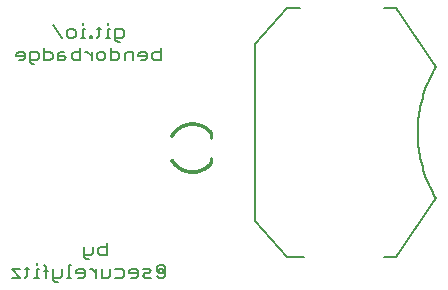
<source format=gbo>
G04 EAGLE Gerber X2 export*
G75*
%MOMM*%
%FSLAX34Y34*%
%LPD*%
%AMOC8*
5,1,8,0,0,1.08239X$1,22.5*%
G01*
%ADD10C,0.203200*%
%ADD11C,0.025400*%
%ADD12C,0.254000*%


D10*
X130825Y72018D02*
X130825Y61341D01*
X125486Y61341D01*
X123707Y63121D01*
X123707Y66680D01*
X125486Y68459D01*
X130825Y68459D01*
X119131Y68459D02*
X119131Y63121D01*
X117352Y61341D01*
X112013Y61341D01*
X112013Y59562D02*
X112013Y68459D01*
X112013Y59562D02*
X113792Y57782D01*
X115572Y57782D01*
X173406Y44071D02*
X175186Y42291D01*
X178745Y42291D01*
X180524Y44071D01*
X180524Y51189D01*
X178745Y52968D01*
X175186Y52968D01*
X173406Y51189D01*
X173406Y47630D01*
X175186Y45850D01*
X178745Y45850D01*
X178745Y49409D01*
X175186Y49409D01*
X175186Y45850D01*
X168831Y42291D02*
X163492Y42291D01*
X161712Y44071D01*
X163492Y45850D01*
X167051Y45850D01*
X168831Y47630D01*
X167051Y49409D01*
X161712Y49409D01*
X155357Y42291D02*
X151798Y42291D01*
X155357Y42291D02*
X157137Y44071D01*
X157137Y47630D01*
X155357Y49409D01*
X151798Y49409D01*
X150018Y47630D01*
X150018Y45850D01*
X157137Y45850D01*
X143663Y49409D02*
X138325Y49409D01*
X143663Y49409D02*
X145443Y47630D01*
X145443Y44071D01*
X143663Y42291D01*
X138325Y42291D01*
X133749Y44071D02*
X133749Y49409D01*
X133749Y44071D02*
X131969Y42291D01*
X126631Y42291D01*
X126631Y49409D01*
X122055Y49409D02*
X122055Y42291D01*
X122055Y45850D02*
X118496Y49409D01*
X116716Y49409D01*
X110530Y42291D02*
X106971Y42291D01*
X110530Y42291D02*
X112310Y44071D01*
X112310Y47630D01*
X110530Y49409D01*
X106971Y49409D01*
X105192Y47630D01*
X105192Y45850D01*
X112310Y45850D01*
X100616Y52968D02*
X98836Y52968D01*
X98836Y42291D01*
X97057Y42291D02*
X100616Y42291D01*
X92820Y44071D02*
X92820Y49409D01*
X92820Y44071D02*
X91040Y42291D01*
X85702Y42291D01*
X85702Y40512D02*
X85702Y49409D01*
X85702Y40512D02*
X87481Y38732D01*
X89261Y38732D01*
X79346Y42291D02*
X79346Y51189D01*
X77567Y52968D01*
X77567Y47630D02*
X81126Y47630D01*
X73330Y49409D02*
X71550Y49409D01*
X71550Y42291D01*
X69771Y42291D02*
X73330Y42291D01*
X71550Y52968D02*
X71550Y54748D01*
X63754Y51189D02*
X63754Y44071D01*
X61975Y42291D01*
X61975Y49409D02*
X65534Y49409D01*
X57738Y49409D02*
X50620Y49409D01*
X57738Y42291D01*
X50620Y42291D01*
X140104Y241932D02*
X141883Y241932D01*
X140104Y241932D02*
X138324Y243712D01*
X138324Y252609D01*
X143663Y252609D01*
X145443Y250830D01*
X145443Y247271D01*
X143663Y245491D01*
X138324Y245491D01*
X133749Y252609D02*
X131969Y252609D01*
X131969Y245491D01*
X130190Y245491D02*
X133749Y245491D01*
X131969Y256168D02*
X131969Y257948D01*
X124173Y254389D02*
X124173Y247271D01*
X122394Y245491D01*
X122394Y252609D02*
X125953Y252609D01*
X118157Y247271D02*
X118157Y245491D01*
X118157Y247271D02*
X116377Y247271D01*
X116377Y245491D01*
X118157Y245491D01*
X112310Y252609D02*
X110530Y252609D01*
X110530Y245491D01*
X108751Y245491D02*
X112310Y245491D01*
X110530Y256168D02*
X110530Y257948D01*
X102734Y245491D02*
X99175Y245491D01*
X97396Y247271D01*
X97396Y250830D01*
X99175Y252609D01*
X102734Y252609D01*
X104514Y250830D01*
X104514Y247271D01*
X102734Y245491D01*
X92820Y245491D02*
X85702Y256168D01*
X176626Y237118D02*
X176626Y226441D01*
X171288Y226441D01*
X169508Y228221D01*
X169508Y231780D01*
X171288Y233559D01*
X176626Y233559D01*
X163153Y226441D02*
X159594Y226441D01*
X163153Y226441D02*
X164933Y228221D01*
X164933Y231780D01*
X163153Y233559D01*
X159594Y233559D01*
X157814Y231780D01*
X157814Y230000D01*
X164933Y230000D01*
X153239Y226441D02*
X153239Y233559D01*
X147900Y233559D01*
X146120Y231780D01*
X146120Y226441D01*
X134427Y226441D02*
X134427Y237118D01*
X134427Y226441D02*
X139765Y226441D01*
X141545Y228221D01*
X141545Y231780D01*
X139765Y233559D01*
X134427Y233559D01*
X128071Y226441D02*
X124512Y226441D01*
X122733Y228221D01*
X122733Y231780D01*
X124512Y233559D01*
X128071Y233559D01*
X129851Y231780D01*
X129851Y228221D01*
X128071Y226441D01*
X118157Y226441D02*
X118157Y233559D01*
X118157Y230000D02*
X114598Y233559D01*
X112818Y233559D01*
X108412Y237118D02*
X108412Y226441D01*
X103073Y226441D01*
X101294Y228221D01*
X101294Y231780D01*
X103073Y233559D01*
X108412Y233559D01*
X94938Y233559D02*
X91379Y233559D01*
X89600Y231780D01*
X89600Y226441D01*
X94938Y226441D01*
X96718Y228221D01*
X94938Y230000D01*
X89600Y230000D01*
X77906Y226441D02*
X77906Y237118D01*
X77906Y226441D02*
X83244Y226441D01*
X85024Y228221D01*
X85024Y231780D01*
X83244Y233559D01*
X77906Y233559D01*
X69771Y222882D02*
X67991Y222882D01*
X66212Y224662D01*
X66212Y233559D01*
X71550Y233559D01*
X73330Y231780D01*
X73330Y228221D01*
X71550Y226441D01*
X66212Y226441D01*
X59856Y226441D02*
X56297Y226441D01*
X59856Y226441D02*
X61636Y228221D01*
X61636Y231780D01*
X59856Y233559D01*
X56297Y233559D01*
X54518Y231780D01*
X54518Y230000D01*
X61636Y230000D01*
D11*
X219606Y166238D02*
X217850Y164774D01*
X217850Y164775D02*
X217549Y165122D01*
X217240Y165462D01*
X216923Y165795D01*
X216598Y166120D01*
X216266Y166437D01*
X215926Y166746D01*
X215578Y167047D01*
X215224Y167340D01*
X214862Y167623D01*
X214494Y167898D01*
X214119Y168165D01*
X213738Y168422D01*
X213351Y168670D01*
X212959Y168908D01*
X212560Y169137D01*
X212156Y169357D01*
X211748Y169567D01*
X211334Y169767D01*
X210915Y169957D01*
X210492Y170136D01*
X210065Y170306D01*
X209634Y170465D01*
X209199Y170614D01*
X208761Y170753D01*
X208320Y170881D01*
X207875Y170998D01*
X207428Y171105D01*
X206979Y171201D01*
X206527Y171286D01*
X206074Y171360D01*
X205618Y171424D01*
X205162Y171476D01*
X204704Y171518D01*
X204246Y171548D01*
X203786Y171568D01*
X203327Y171577D01*
X203326Y173862D01*
X203327Y173863D01*
X203842Y173853D01*
X204357Y173832D01*
X204871Y173798D01*
X205384Y173752D01*
X205896Y173693D01*
X206406Y173622D01*
X206915Y173539D01*
X207421Y173444D01*
X207925Y173336D01*
X208426Y173217D01*
X208924Y173086D01*
X209419Y172942D01*
X209910Y172787D01*
X210398Y172620D01*
X210881Y172441D01*
X211360Y172251D01*
X211834Y172050D01*
X212303Y171837D01*
X212767Y171613D01*
X213226Y171378D01*
X213678Y171131D01*
X214125Y170875D01*
X214565Y170607D01*
X214999Y170329D01*
X215426Y170041D01*
X215846Y169742D01*
X216258Y169433D01*
X216664Y169115D01*
X217061Y168787D01*
X217450Y168450D01*
X217831Y168103D01*
X218204Y167747D01*
X218568Y167383D01*
X218923Y167010D01*
X219269Y166628D01*
X219606Y166238D01*
X219422Y166084D01*
X219089Y166470D01*
X218747Y166847D01*
X218395Y167216D01*
X218035Y167576D01*
X217667Y167928D01*
X217290Y168271D01*
X216905Y168604D01*
X216512Y168929D01*
X216112Y169243D01*
X215704Y169548D01*
X215289Y169844D01*
X214867Y170129D01*
X214438Y170404D01*
X214002Y170668D01*
X213561Y170922D01*
X213113Y171165D01*
X212660Y171398D01*
X212202Y171619D01*
X211738Y171830D01*
X211269Y172029D01*
X210795Y172217D01*
X210318Y172394D01*
X209836Y172559D01*
X209350Y172712D01*
X208861Y172854D01*
X208368Y172984D01*
X207873Y173102D01*
X207375Y173208D01*
X206874Y173303D01*
X206371Y173385D01*
X205867Y173455D01*
X205361Y173513D01*
X204853Y173558D01*
X204345Y173592D01*
X203836Y173613D01*
X203327Y173623D01*
X203327Y173383D01*
X203830Y173374D01*
X204333Y173352D01*
X204836Y173319D01*
X205337Y173274D01*
X205838Y173217D01*
X206336Y173147D01*
X206833Y173066D01*
X207328Y172973D01*
X207821Y172868D01*
X208310Y172751D01*
X208797Y172623D01*
X209281Y172483D01*
X209761Y172331D01*
X210237Y172168D01*
X210710Y171993D01*
X211178Y171807D01*
X211641Y171610D01*
X212100Y171402D01*
X212553Y171183D01*
X213001Y170953D01*
X213444Y170713D01*
X213880Y170462D01*
X214310Y170200D01*
X214734Y169928D01*
X215152Y169647D01*
X215562Y169355D01*
X215965Y169053D01*
X216361Y168742D01*
X216750Y168422D01*
X217130Y168092D01*
X217503Y167753D01*
X217867Y167406D01*
X218223Y167049D01*
X218570Y166685D01*
X218908Y166312D01*
X219238Y165931D01*
X219053Y165777D01*
X218728Y166154D01*
X218393Y166522D01*
X218050Y166883D01*
X217698Y167235D01*
X217338Y167578D01*
X216970Y167913D01*
X216594Y168239D01*
X216210Y168556D01*
X215819Y168863D01*
X215420Y169161D01*
X215014Y169450D01*
X214602Y169728D01*
X214183Y169997D01*
X213758Y170255D01*
X213326Y170503D01*
X212889Y170741D01*
X212446Y170968D01*
X211998Y171185D01*
X211545Y171390D01*
X211087Y171585D01*
X210624Y171769D01*
X210157Y171941D01*
X209686Y172103D01*
X209212Y172253D01*
X208734Y172391D01*
X208253Y172518D01*
X207769Y172634D01*
X207282Y172737D01*
X206793Y172830D01*
X206301Y172910D01*
X205809Y172978D01*
X205314Y173035D01*
X204818Y173080D01*
X204322Y173113D01*
X203824Y173134D01*
X203327Y173143D01*
X203327Y172903D01*
X203819Y172894D01*
X204310Y172873D01*
X204801Y172840D01*
X205291Y172796D01*
X205779Y172740D01*
X206267Y172672D01*
X206752Y172593D01*
X207235Y172502D01*
X207716Y172399D01*
X208195Y172285D01*
X208670Y172160D01*
X209143Y172023D01*
X209612Y171875D01*
X210077Y171715D01*
X210538Y171545D01*
X210996Y171363D01*
X211448Y171171D01*
X211896Y170967D01*
X212339Y170754D01*
X212777Y170529D01*
X213209Y170294D01*
X213635Y170049D01*
X214055Y169793D01*
X214470Y169528D01*
X214877Y169253D01*
X215278Y168968D01*
X215672Y168673D01*
X216059Y168369D01*
X216438Y168056D01*
X216810Y167734D01*
X217174Y167403D01*
X217530Y167064D01*
X217877Y166716D01*
X218217Y166360D01*
X218547Y165996D01*
X218869Y165623D01*
X218684Y165470D01*
X218367Y165837D01*
X218040Y166197D01*
X217705Y166549D01*
X217361Y166893D01*
X217010Y167229D01*
X216650Y167555D01*
X216283Y167874D01*
X215908Y168183D01*
X215525Y168483D01*
X215136Y168774D01*
X214740Y169056D01*
X214337Y169328D01*
X213928Y169590D01*
X213513Y169842D01*
X213091Y170085D01*
X212664Y170317D01*
X212232Y170539D01*
X211794Y170750D01*
X211352Y170951D01*
X210904Y171141D01*
X210453Y171321D01*
X209997Y171489D01*
X209537Y171647D01*
X209074Y171793D01*
X208607Y171928D01*
X208137Y172052D01*
X207664Y172165D01*
X207189Y172267D01*
X206711Y172356D01*
X206232Y172435D01*
X205750Y172502D01*
X205267Y172557D01*
X204783Y172601D01*
X204298Y172633D01*
X203813Y172654D01*
X203327Y172663D01*
X203327Y172423D01*
X203807Y172414D01*
X204287Y172393D01*
X204766Y172362D01*
X205244Y172318D01*
X205721Y172264D01*
X206197Y172197D01*
X206671Y172120D01*
X207142Y172031D01*
X207612Y171931D01*
X208079Y171819D01*
X208543Y171697D01*
X209005Y171563D01*
X209462Y171418D01*
X209917Y171263D01*
X210367Y171096D01*
X210813Y170919D01*
X211255Y170731D01*
X211693Y170533D01*
X212125Y170324D01*
X212552Y170105D01*
X212974Y169875D01*
X213390Y169636D01*
X213801Y169387D01*
X214205Y169128D01*
X214603Y168859D01*
X214994Y168581D01*
X215379Y168293D01*
X215757Y167997D01*
X216127Y167691D01*
X216490Y167377D01*
X216845Y167054D01*
X217193Y166722D01*
X217532Y166383D01*
X217863Y166035D01*
X218186Y165679D01*
X218500Y165316D01*
X218316Y165163D01*
X218005Y165521D01*
X217687Y165872D01*
X217359Y166216D01*
X217024Y166551D01*
X216681Y166879D01*
X216330Y167198D01*
X215971Y167508D01*
X215605Y167810D01*
X215232Y168103D01*
X214852Y168387D01*
X214466Y168662D01*
X214073Y168927D01*
X213673Y169183D01*
X213268Y169430D01*
X212857Y169666D01*
X212440Y169893D01*
X212018Y170109D01*
X211591Y170315D01*
X211159Y170511D01*
X210722Y170697D01*
X210281Y170872D01*
X209837Y171037D01*
X209388Y171190D01*
X208936Y171333D01*
X208480Y171465D01*
X208021Y171587D01*
X207560Y171697D01*
X207096Y171796D01*
X206630Y171883D01*
X206162Y171960D01*
X205692Y172025D01*
X205221Y172080D01*
X204748Y172122D01*
X204275Y172154D01*
X203801Y172174D01*
X203327Y172183D01*
X203327Y171943D01*
X203795Y171934D01*
X204263Y171914D01*
X204731Y171883D01*
X205197Y171841D01*
X205663Y171787D01*
X206127Y171723D01*
X206589Y171647D01*
X207050Y171560D01*
X207508Y171462D01*
X207964Y171354D01*
X208416Y171234D01*
X208866Y171103D01*
X209313Y170962D01*
X209756Y170810D01*
X210196Y170648D01*
X210631Y170475D01*
X211062Y170292D01*
X211489Y170098D01*
X211911Y169894D01*
X212328Y169680D01*
X212739Y169457D01*
X213145Y169223D01*
X213546Y168980D01*
X213940Y168727D01*
X214329Y168465D01*
X214710Y168194D01*
X215086Y167913D01*
X215454Y167624D01*
X215816Y167326D01*
X216170Y167019D01*
X216516Y166704D01*
X216856Y166381D01*
X217187Y166049D01*
X217510Y165710D01*
X217825Y165363D01*
X218131Y165009D01*
X217947Y164855D01*
X217644Y165205D01*
X217333Y165548D01*
X217014Y165883D01*
X216687Y166210D01*
X216352Y166529D01*
X216010Y166840D01*
X215660Y167143D01*
X215303Y167437D01*
X214939Y167723D01*
X214569Y168000D01*
X214191Y168268D01*
X213808Y168527D01*
X213418Y168777D01*
X213023Y169017D01*
X212622Y169247D01*
X212215Y169468D01*
X211804Y169679D01*
X211387Y169881D01*
X210966Y170072D01*
X210540Y170253D01*
X210110Y170424D01*
X209676Y170584D01*
X209238Y170734D01*
X208797Y170874D01*
X208353Y171002D01*
X207906Y171121D01*
X207456Y171228D01*
X207003Y171325D01*
X206549Y171410D01*
X206092Y171485D01*
X205634Y171549D01*
X205174Y171602D01*
X204713Y171644D01*
X204252Y171674D01*
X203789Y171694D01*
X203327Y171703D01*
X203074Y173862D02*
X203074Y171576D01*
X203073Y171577D02*
X202608Y171568D01*
X202143Y171548D01*
X201679Y171517D01*
X201216Y171474D01*
X200754Y171420D01*
X200293Y171355D01*
X199834Y171279D01*
X199377Y171192D01*
X198922Y171094D01*
X198470Y170984D01*
X198020Y170864D01*
X197574Y170733D01*
X197131Y170591D01*
X196691Y170438D01*
X196256Y170275D01*
X195824Y170101D01*
X195397Y169917D01*
X194974Y169723D01*
X194556Y169518D01*
X194143Y169303D01*
X193736Y169078D01*
X193334Y168844D01*
X192938Y168600D01*
X192548Y168346D01*
X192164Y168083D01*
X191787Y167810D01*
X191417Y167529D01*
X191053Y167239D01*
X190697Y166940D01*
X190348Y166632D01*
X190006Y166316D01*
X189672Y165992D01*
X189347Y165659D01*
X189029Y165319D01*
X188720Y164972D01*
X188419Y164617D01*
X188127Y164255D01*
X187844Y163885D01*
X187570Y163509D01*
X187305Y163127D01*
X187049Y162738D01*
X186803Y162343D01*
X186567Y161942D01*
X186340Y161536D01*
X184323Y162611D01*
X184323Y162612D01*
X184577Y163067D01*
X184841Y163517D01*
X185117Y163959D01*
X185403Y164395D01*
X185700Y164824D01*
X186006Y165246D01*
X186324Y165660D01*
X186651Y166066D01*
X186988Y166464D01*
X187334Y166853D01*
X187690Y167235D01*
X188055Y167607D01*
X188429Y167970D01*
X188811Y168325D01*
X189202Y168670D01*
X189602Y169005D01*
X190009Y169330D01*
X190424Y169646D01*
X190847Y169951D01*
X191277Y170246D01*
X191714Y170530D01*
X192158Y170804D01*
X192608Y171067D01*
X193065Y171319D01*
X193527Y171559D01*
X193996Y171789D01*
X194469Y172007D01*
X194948Y172213D01*
X195432Y172408D01*
X195920Y172590D01*
X196413Y172761D01*
X196910Y172920D01*
X197410Y173067D01*
X197914Y173202D01*
X198421Y173324D01*
X198930Y173434D01*
X199443Y173531D01*
X199957Y173616D01*
X200474Y173689D01*
X200991Y173749D01*
X201511Y173796D01*
X202031Y173831D01*
X202552Y173853D01*
X203073Y173863D01*
X203073Y173623D01*
X202558Y173613D01*
X202043Y173591D01*
X201528Y173557D01*
X201015Y173510D01*
X200503Y173451D01*
X199992Y173379D01*
X199484Y173295D01*
X198977Y173198D01*
X198473Y173090D01*
X197972Y172969D01*
X197474Y172836D01*
X196979Y172691D01*
X196488Y172533D01*
X196001Y172364D01*
X195519Y172184D01*
X195040Y171991D01*
X194567Y171787D01*
X194098Y171572D01*
X193635Y171345D01*
X193178Y171107D01*
X192727Y170858D01*
X192281Y170598D01*
X191843Y170328D01*
X191410Y170047D01*
X190985Y169755D01*
X190567Y169453D01*
X190157Y169141D01*
X189754Y168819D01*
X189359Y168488D01*
X188973Y168147D01*
X188594Y167797D01*
X188225Y167437D01*
X187864Y167069D01*
X187512Y166692D01*
X187169Y166307D01*
X186836Y165913D01*
X186513Y165512D01*
X186199Y165103D01*
X185896Y164686D01*
X185603Y164262D01*
X185320Y163831D01*
X185047Y163393D01*
X184786Y162949D01*
X184535Y162499D01*
X184746Y162386D01*
X184994Y162831D01*
X185253Y163270D01*
X185522Y163703D01*
X185802Y164129D01*
X186092Y164548D01*
X186392Y164960D01*
X186702Y165364D01*
X187022Y165761D01*
X187351Y166150D01*
X187690Y166531D01*
X188038Y166904D01*
X188394Y167268D01*
X188760Y167623D01*
X189134Y167969D01*
X189516Y168306D01*
X189906Y168634D01*
X190305Y168952D01*
X190710Y169260D01*
X191124Y169559D01*
X191544Y169847D01*
X191971Y170125D01*
X192405Y170393D01*
X192845Y170649D01*
X193291Y170896D01*
X193743Y171131D01*
X194201Y171355D01*
X194664Y171568D01*
X195132Y171770D01*
X195605Y171960D01*
X196082Y172139D01*
X196564Y172306D01*
X197049Y172461D01*
X197538Y172604D01*
X198031Y172736D01*
X198526Y172856D01*
X199024Y172963D01*
X199525Y173058D01*
X200028Y173142D01*
X200532Y173213D01*
X201039Y173271D01*
X201546Y173318D01*
X202055Y173352D01*
X202564Y173373D01*
X203073Y173383D01*
X203073Y173143D01*
X202570Y173133D01*
X202066Y173112D01*
X201564Y173078D01*
X201062Y173032D01*
X200562Y172974D01*
X200063Y172904D01*
X199566Y172822D01*
X199071Y172728D01*
X198579Y172621D01*
X198089Y172503D01*
X197602Y172373D01*
X197119Y172231D01*
X196639Y172078D01*
X196163Y171913D01*
X195691Y171736D01*
X195224Y171548D01*
X194762Y171349D01*
X194304Y171138D01*
X193851Y170916D01*
X193405Y170684D01*
X192963Y170441D01*
X192528Y170187D01*
X192100Y169922D01*
X191677Y169648D01*
X191262Y169363D01*
X190854Y169068D01*
X190452Y168763D01*
X190059Y168449D01*
X189673Y168125D01*
X189295Y167792D01*
X188925Y167449D01*
X188564Y167098D01*
X188212Y166738D01*
X187868Y166370D01*
X187533Y165994D01*
X187208Y165609D01*
X186892Y165217D01*
X186585Y164817D01*
X186289Y164410D01*
X186002Y163996D01*
X185725Y163575D01*
X185459Y163147D01*
X185203Y162713D01*
X184958Y162273D01*
X185170Y162160D01*
X185412Y162595D01*
X185665Y163024D01*
X185928Y163446D01*
X186202Y163863D01*
X186485Y164272D01*
X186778Y164674D01*
X187081Y165069D01*
X187393Y165457D01*
X187715Y165837D01*
X188046Y166209D01*
X188386Y166573D01*
X188734Y166929D01*
X189091Y167276D01*
X189456Y167614D01*
X189830Y167943D01*
X190211Y168263D01*
X190600Y168574D01*
X190997Y168875D01*
X191400Y169166D01*
X191811Y169448D01*
X192228Y169720D01*
X192652Y169981D01*
X193082Y170232D01*
X193518Y170472D01*
X193959Y170702D01*
X194407Y170921D01*
X194859Y171129D01*
X195316Y171326D01*
X195778Y171512D01*
X196244Y171687D01*
X196714Y171850D01*
X197189Y172002D01*
X197666Y172142D01*
X198147Y172270D01*
X198631Y172387D01*
X199118Y172492D01*
X199607Y172586D01*
X200098Y172667D01*
X200591Y172736D01*
X201086Y172794D01*
X201581Y172839D01*
X202078Y172872D01*
X202576Y172893D01*
X203073Y172903D01*
X203073Y172663D01*
X202582Y172654D01*
X202090Y172633D01*
X201599Y172600D01*
X201109Y172555D01*
X200621Y172498D01*
X200133Y172429D01*
X199648Y172349D01*
X199165Y172257D01*
X198684Y172153D01*
X198206Y172038D01*
X197730Y171911D01*
X197258Y171772D01*
X196790Y171622D01*
X196325Y171461D01*
X195864Y171288D01*
X195408Y171104D01*
X194956Y170910D01*
X194509Y170704D01*
X194067Y170488D01*
X193631Y170261D01*
X193200Y170023D01*
X192775Y169775D01*
X192357Y169517D01*
X191944Y169249D01*
X191539Y168970D01*
X191140Y168682D01*
X190748Y168385D01*
X190364Y168078D01*
X189987Y167761D01*
X189618Y167436D01*
X189257Y167102D01*
X188904Y166759D01*
X188559Y166408D01*
X188224Y166048D01*
X187897Y165680D01*
X187579Y165305D01*
X187270Y164922D01*
X186971Y164532D01*
X186681Y164134D01*
X186401Y163729D01*
X186131Y163318D01*
X185871Y162901D01*
X185621Y162477D01*
X185382Y162047D01*
X185594Y161934D01*
X185830Y162359D01*
X186077Y162777D01*
X186334Y163190D01*
X186601Y163596D01*
X186878Y163996D01*
X187164Y164389D01*
X187460Y164774D01*
X187765Y165153D01*
X188079Y165524D01*
X188402Y165887D01*
X188733Y166242D01*
X189074Y166589D01*
X189422Y166928D01*
X189779Y167258D01*
X190144Y167580D01*
X190516Y167892D01*
X190896Y168196D01*
X191283Y168490D01*
X191677Y168774D01*
X192078Y169049D01*
X192485Y169314D01*
X192899Y169569D01*
X193319Y169814D01*
X193744Y170049D01*
X194175Y170273D01*
X194612Y170487D01*
X195054Y170690D01*
X195500Y170883D01*
X195951Y171064D01*
X196406Y171235D01*
X196865Y171394D01*
X197328Y171542D01*
X197794Y171679D01*
X198264Y171805D01*
X198737Y171919D01*
X199212Y172022D01*
X199689Y172113D01*
X200169Y172192D01*
X200650Y172260D01*
X201133Y172316D01*
X201617Y172360D01*
X202102Y172393D01*
X202587Y172414D01*
X203073Y172423D01*
X203073Y172183D01*
X202593Y172174D01*
X202114Y172153D01*
X201635Y172121D01*
X201156Y172077D01*
X200679Y172022D01*
X200204Y171955D01*
X199730Y171876D01*
X199259Y171786D01*
X198789Y171685D01*
X198322Y171572D01*
X197859Y171448D01*
X197398Y171313D01*
X196941Y171166D01*
X196487Y171009D01*
X196037Y170840D01*
X195592Y170661D01*
X195151Y170471D01*
X194715Y170270D01*
X194283Y170059D01*
X193857Y169837D01*
X193437Y169606D01*
X193022Y169364D01*
X192614Y169111D01*
X192211Y168850D01*
X191815Y168578D01*
X191426Y168297D01*
X191043Y168006D01*
X190668Y167707D01*
X190300Y167398D01*
X189940Y167081D01*
X189588Y166754D01*
X189244Y166420D01*
X188907Y166077D01*
X188580Y165726D01*
X188261Y165367D01*
X187950Y165001D01*
X187649Y164627D01*
X187357Y164246D01*
X187074Y163858D01*
X186801Y163463D01*
X186537Y163062D01*
X186283Y162654D01*
X186039Y162241D01*
X185805Y161821D01*
X186017Y161708D01*
X186248Y162122D01*
X186489Y162531D01*
X186740Y162934D01*
X187000Y163330D01*
X187270Y163720D01*
X187550Y164103D01*
X187838Y164479D01*
X188136Y164849D01*
X188442Y165211D01*
X188758Y165565D01*
X189081Y165912D01*
X189413Y166250D01*
X189754Y166581D01*
X190102Y166903D01*
X190457Y167217D01*
X190821Y167521D01*
X191191Y167817D01*
X191569Y168104D01*
X191953Y168382D01*
X192345Y168650D01*
X192742Y168909D01*
X193146Y169158D01*
X193555Y169397D01*
X193971Y169626D01*
X194391Y169845D01*
X194817Y170053D01*
X195248Y170252D01*
X195684Y170439D01*
X196124Y170617D01*
X196568Y170783D01*
X197016Y170938D01*
X197468Y171083D01*
X197923Y171217D01*
X198381Y171339D01*
X198842Y171451D01*
X199305Y171551D01*
X199771Y171640D01*
X200239Y171717D01*
X200709Y171783D01*
X201180Y171838D01*
X201652Y171882D01*
X202125Y171913D01*
X202599Y171934D01*
X203073Y171943D01*
X203073Y171703D01*
X202605Y171694D01*
X202137Y171674D01*
X201670Y171642D01*
X201203Y171599D01*
X200738Y171545D01*
X200274Y171480D01*
X199812Y171403D01*
X199352Y171315D01*
X198894Y171216D01*
X198439Y171106D01*
X197987Y170985D01*
X197537Y170853D01*
X197091Y170711D01*
X196649Y170557D01*
X196210Y170393D01*
X195776Y170218D01*
X195346Y170032D01*
X194920Y169837D01*
X194499Y169630D01*
X194084Y169414D01*
X193674Y169188D01*
X193269Y168952D01*
X192871Y168706D01*
X192478Y168451D01*
X192092Y168186D01*
X191712Y167912D01*
X191339Y167628D01*
X190973Y167336D01*
X190614Y167035D01*
X190263Y166725D01*
X189919Y166407D01*
X189583Y166081D01*
X189255Y165746D01*
X188936Y165404D01*
X188624Y165054D01*
X188321Y164697D01*
X188028Y164332D01*
X187742Y163960D01*
X187467Y163582D01*
X187200Y163197D01*
X186943Y162805D01*
X186695Y162408D01*
X186457Y162004D01*
X186229Y161595D01*
X203326Y130938D02*
X203326Y133224D01*
X203327Y133223D02*
X203795Y133232D01*
X204263Y133253D01*
X204731Y133284D01*
X205198Y133327D01*
X205663Y133382D01*
X206127Y133448D01*
X206589Y133525D01*
X207049Y133613D01*
X207507Y133713D01*
X207963Y133824D01*
X208415Y133946D01*
X208864Y134079D01*
X209310Y134223D01*
X209753Y134377D01*
X210191Y134543D01*
X210625Y134719D01*
X211055Y134906D01*
X211480Y135103D01*
X211900Y135310D01*
X212315Y135528D01*
X212725Y135756D01*
X213129Y135993D01*
X213527Y136241D01*
X213918Y136498D01*
X214304Y136765D01*
X214683Y137041D01*
X215054Y137326D01*
X215419Y137620D01*
X215777Y137923D01*
X216127Y138235D01*
X216469Y138555D01*
X216803Y138883D01*
X217129Y139219D01*
X217447Y139564D01*
X217757Y139916D01*
X219501Y138439D01*
X219502Y138439D01*
X219155Y138044D01*
X218799Y137658D01*
X218434Y137281D01*
X218059Y136912D01*
X217676Y136553D01*
X217283Y136204D01*
X216883Y135864D01*
X216474Y135534D01*
X216057Y135214D01*
X215633Y134905D01*
X215201Y134606D01*
X214762Y134317D01*
X214316Y134040D01*
X213863Y133773D01*
X213404Y133518D01*
X212939Y133274D01*
X212468Y133041D01*
X211991Y132820D01*
X211509Y132611D01*
X211022Y132413D01*
X210531Y132228D01*
X210035Y132054D01*
X209535Y131893D01*
X209031Y131744D01*
X208524Y131608D01*
X208013Y131484D01*
X207500Y131372D01*
X206984Y131273D01*
X206466Y131187D01*
X205946Y131113D01*
X205424Y131053D01*
X204901Y131005D01*
X204377Y130969D01*
X203852Y130947D01*
X203327Y130937D01*
X203327Y131177D01*
X203846Y131187D01*
X204365Y131209D01*
X204883Y131244D01*
X205400Y131291D01*
X205916Y131352D01*
X206430Y131424D01*
X206943Y131510D01*
X207453Y131607D01*
X207960Y131718D01*
X208465Y131840D01*
X208967Y131975D01*
X209465Y132123D01*
X209959Y132282D01*
X210449Y132453D01*
X210935Y132637D01*
X211416Y132832D01*
X211893Y133039D01*
X212364Y133257D01*
X212830Y133487D01*
X213290Y133729D01*
X213743Y133981D01*
X214191Y134245D01*
X214632Y134519D01*
X215066Y134804D01*
X215493Y135100D01*
X215913Y135406D01*
X216325Y135722D01*
X216729Y136048D01*
X217125Y136384D01*
X217513Y136730D01*
X217892Y137085D01*
X218262Y137449D01*
X218624Y137822D01*
X218976Y138204D01*
X219319Y138594D01*
X219135Y138749D01*
X218797Y138363D01*
X218449Y137986D01*
X218091Y137617D01*
X217725Y137257D01*
X217350Y136906D01*
X216967Y136565D01*
X216575Y136233D01*
X216176Y135910D01*
X215769Y135598D01*
X215354Y135295D01*
X214932Y135003D01*
X214502Y134721D01*
X214066Y134450D01*
X213624Y134189D01*
X213175Y133940D01*
X212721Y133701D01*
X212260Y133474D01*
X211795Y133258D01*
X211324Y133053D01*
X210848Y132860D01*
X210367Y132679D01*
X209883Y132510D01*
X209394Y132352D01*
X208902Y132207D01*
X208406Y132073D01*
X207907Y131952D01*
X207405Y131843D01*
X206901Y131746D01*
X206395Y131662D01*
X205886Y131590D01*
X205376Y131530D01*
X204865Y131483D01*
X204353Y131449D01*
X203840Y131427D01*
X203327Y131417D01*
X203327Y131657D01*
X203834Y131667D01*
X204341Y131688D01*
X204847Y131723D01*
X205353Y131769D01*
X205857Y131828D01*
X206359Y131899D01*
X206860Y131982D01*
X207358Y132078D01*
X207854Y132186D01*
X208347Y132306D01*
X208837Y132438D01*
X209324Y132582D01*
X209807Y132737D01*
X210286Y132905D01*
X210761Y133084D01*
X211231Y133275D01*
X211696Y133477D01*
X212157Y133690D01*
X212612Y133915D01*
X213061Y134151D01*
X213505Y134398D01*
X213942Y134655D01*
X214373Y134923D01*
X214797Y135202D01*
X215214Y135490D01*
X215624Y135789D01*
X216027Y136098D01*
X216422Y136417D01*
X216809Y136745D01*
X217188Y137083D01*
X217558Y137430D01*
X217920Y137785D01*
X218273Y138150D01*
X218617Y138523D01*
X218952Y138904D01*
X218769Y139059D01*
X218438Y138682D01*
X218098Y138314D01*
X217749Y137954D01*
X217391Y137602D01*
X217025Y137259D01*
X216651Y136926D01*
X216268Y136601D01*
X215878Y136286D01*
X215480Y135981D01*
X215075Y135686D01*
X214662Y135400D01*
X214243Y135125D01*
X213817Y134860D01*
X213385Y134606D01*
X212947Y134362D01*
X212503Y134129D01*
X212053Y133907D01*
X211598Y133696D01*
X211138Y133496D01*
X210673Y133308D01*
X210204Y133130D01*
X209731Y132965D01*
X209253Y132811D01*
X208772Y132669D01*
X208288Y132538D01*
X207801Y132420D01*
X207311Y132313D01*
X206818Y132219D01*
X206324Y132136D01*
X205827Y132066D01*
X205329Y132008D01*
X204829Y131962D01*
X204329Y131928D01*
X203828Y131907D01*
X203327Y131897D01*
X203327Y132137D01*
X203822Y132147D01*
X204317Y132168D01*
X204812Y132201D01*
X205305Y132247D01*
X205797Y132304D01*
X206288Y132374D01*
X206777Y132455D01*
X207263Y132549D01*
X207748Y132654D01*
X208229Y132771D01*
X208708Y132900D01*
X209183Y133040D01*
X209655Y133193D01*
X210122Y133356D01*
X210586Y133531D01*
X211045Y133717D01*
X211500Y133915D01*
X211949Y134123D01*
X212394Y134343D01*
X212832Y134573D01*
X213266Y134814D01*
X213693Y135065D01*
X214113Y135327D01*
X214528Y135599D01*
X214935Y135881D01*
X215336Y136173D01*
X215729Y136475D01*
X216114Y136786D01*
X216492Y137106D01*
X216862Y137436D01*
X217224Y137774D01*
X217578Y138122D01*
X217923Y138478D01*
X218259Y138842D01*
X218586Y139214D01*
X218403Y139369D01*
X218079Y139001D01*
X217747Y138642D01*
X217407Y138290D01*
X217057Y137947D01*
X216700Y137612D01*
X216334Y137287D01*
X215961Y136970D01*
X215580Y136663D01*
X215191Y136365D01*
X214796Y136076D01*
X214393Y135798D01*
X213984Y135529D01*
X213568Y135270D01*
X213146Y135022D01*
X212718Y134784D01*
X212285Y134557D01*
X211846Y134340D01*
X211401Y134134D01*
X210952Y133939D01*
X210499Y133755D01*
X210041Y133582D01*
X209579Y133420D01*
X209113Y133270D01*
X208643Y133131D01*
X208170Y133004D01*
X207695Y132888D01*
X207216Y132784D01*
X206735Y132692D01*
X206252Y132611D01*
X205768Y132542D01*
X205281Y132485D01*
X204794Y132441D01*
X204305Y132408D01*
X203816Y132386D01*
X203327Y132377D01*
X203327Y132617D01*
X203810Y132626D01*
X204293Y132647D01*
X204776Y132680D01*
X205258Y132724D01*
X205738Y132780D01*
X206217Y132848D01*
X206694Y132928D01*
X207169Y133019D01*
X207641Y133122D01*
X208111Y133236D01*
X208578Y133362D01*
X209042Y133499D01*
X209502Y133648D01*
X209959Y133807D01*
X210411Y133978D01*
X210860Y134160D01*
X211303Y134353D01*
X211742Y134556D01*
X212176Y134770D01*
X212604Y134995D01*
X213027Y135230D01*
X213443Y135475D01*
X213854Y135731D01*
X214258Y135996D01*
X214656Y136272D01*
X215047Y136556D01*
X215431Y136851D01*
X215807Y137154D01*
X216176Y137467D01*
X216537Y137789D01*
X216890Y138119D01*
X217235Y138458D01*
X217572Y138805D01*
X217900Y139161D01*
X218219Y139524D01*
X218036Y139679D01*
X217721Y139320D01*
X217397Y138969D01*
X217064Y138626D01*
X216723Y138292D01*
X216375Y137965D01*
X216018Y137648D01*
X215653Y137339D01*
X215282Y137039D01*
X214903Y136748D01*
X214517Y136467D01*
X214124Y136195D01*
X213724Y135933D01*
X213319Y135681D01*
X212907Y135438D01*
X212490Y135206D01*
X212067Y134984D01*
X211638Y134773D01*
X211205Y134572D01*
X210767Y134381D01*
X210324Y134202D01*
X209877Y134033D01*
X209426Y133875D01*
X208972Y133729D01*
X208514Y133593D01*
X208052Y133469D01*
X207588Y133356D01*
X207121Y133254D01*
X206652Y133164D01*
X206181Y133086D01*
X205708Y133019D01*
X205234Y132963D01*
X204758Y132919D01*
X204281Y132887D01*
X203804Y132866D01*
X203327Y132857D01*
X203327Y133097D01*
X203798Y133106D01*
X204270Y133127D01*
X204740Y133159D01*
X205210Y133202D01*
X205679Y133257D01*
X206146Y133323D01*
X206611Y133401D01*
X207074Y133490D01*
X207535Y133590D01*
X207993Y133702D01*
X208449Y133824D01*
X208901Y133958D01*
X209350Y134103D01*
X209796Y134259D01*
X210237Y134425D01*
X210674Y134603D01*
X211107Y134791D01*
X211535Y134989D01*
X211958Y135198D01*
X212375Y135417D01*
X212788Y135646D01*
X213194Y135886D01*
X213595Y136135D01*
X213989Y136394D01*
X214377Y136662D01*
X214758Y136940D01*
X215133Y137227D01*
X215500Y137523D01*
X215860Y137828D01*
X216212Y138142D01*
X216557Y138464D01*
X216893Y138795D01*
X217221Y139133D01*
X217541Y139480D01*
X217853Y139834D01*
X184628Y141641D02*
X186613Y142776D01*
X186612Y142775D02*
X186850Y142377D01*
X187096Y141985D01*
X187353Y141600D01*
X187618Y141220D01*
X187892Y140847D01*
X188176Y140481D01*
X188468Y140122D01*
X188769Y139770D01*
X189078Y139425D01*
X189395Y139088D01*
X189721Y138758D01*
X190054Y138437D01*
X190395Y138123D01*
X190744Y137818D01*
X191099Y137522D01*
X191462Y137234D01*
X191832Y136955D01*
X192208Y136685D01*
X192591Y136424D01*
X192980Y136173D01*
X193374Y135931D01*
X193775Y135698D01*
X194181Y135476D01*
X194592Y135263D01*
X195009Y135060D01*
X195430Y134867D01*
X195855Y134685D01*
X196285Y134513D01*
X196719Y134351D01*
X197157Y134200D01*
X197598Y134059D01*
X198043Y133929D01*
X198490Y133810D01*
X198940Y133702D01*
X199393Y133604D01*
X199848Y133518D01*
X200305Y133443D01*
X200764Y133378D01*
X201224Y133325D01*
X201685Y133283D01*
X202147Y133252D01*
X202610Y133232D01*
X203073Y133223D01*
X203073Y130938D01*
X203073Y130937D01*
X202554Y130947D01*
X202035Y130969D01*
X201517Y131003D01*
X201000Y131050D01*
X200485Y131109D01*
X199971Y131181D01*
X199459Y131265D01*
X198949Y131362D01*
X198441Y131471D01*
X197937Y131592D01*
X197435Y131725D01*
X196937Y131871D01*
X196442Y132028D01*
X195952Y132198D01*
X195465Y132379D01*
X194983Y132572D01*
X194506Y132776D01*
X194035Y132992D01*
X193568Y133219D01*
X193107Y133458D01*
X192652Y133707D01*
X192203Y133968D01*
X191761Y134239D01*
X191325Y134521D01*
X190896Y134813D01*
X190474Y135116D01*
X190060Y135429D01*
X189654Y135751D01*
X189255Y136084D01*
X188864Y136426D01*
X188482Y136777D01*
X188109Y137137D01*
X187744Y137507D01*
X187389Y137885D01*
X187042Y138271D01*
X186705Y138666D01*
X186378Y139069D01*
X186061Y139479D01*
X185753Y139898D01*
X185456Y140323D01*
X185169Y140756D01*
X184893Y141195D01*
X184628Y141641D01*
X184836Y141760D01*
X185098Y141319D01*
X185372Y140885D01*
X185655Y140457D01*
X185949Y140036D01*
X186253Y139623D01*
X186567Y139217D01*
X186891Y138819D01*
X187224Y138428D01*
X187566Y138046D01*
X187918Y137673D01*
X188278Y137307D01*
X188647Y136951D01*
X189025Y136604D01*
X189411Y136266D01*
X189805Y135937D01*
X190207Y135618D01*
X190617Y135309D01*
X191034Y135010D01*
X191458Y134721D01*
X191889Y134442D01*
X192326Y134174D01*
X192770Y133916D01*
X193220Y133670D01*
X193675Y133434D01*
X194137Y133209D01*
X194603Y132996D01*
X195075Y132793D01*
X195551Y132603D01*
X196032Y132424D01*
X196517Y132256D01*
X197006Y132101D01*
X197499Y131957D01*
X197995Y131825D01*
X198494Y131705D01*
X198995Y131597D01*
X199500Y131502D01*
X200006Y131419D01*
X200514Y131348D01*
X201024Y131289D01*
X201535Y131242D01*
X202047Y131208D01*
X202560Y131187D01*
X203073Y131177D01*
X203073Y131417D01*
X202565Y131427D01*
X202059Y131448D01*
X201552Y131482D01*
X201047Y131528D01*
X200543Y131586D01*
X200041Y131656D01*
X199540Y131738D01*
X199042Y131833D01*
X198546Y131939D01*
X198053Y132058D01*
X197563Y132188D01*
X197076Y132330D01*
X196592Y132484D01*
X196113Y132650D01*
X195637Y132827D01*
X195167Y133015D01*
X194700Y133215D01*
X194239Y133426D01*
X193783Y133648D01*
X193332Y133881D01*
X192888Y134125D01*
X192449Y134380D01*
X192016Y134645D01*
X191591Y134921D01*
X191171Y135206D01*
X190759Y135502D01*
X190354Y135808D01*
X189957Y136123D01*
X189568Y136448D01*
X189186Y136782D01*
X188812Y137125D01*
X188447Y137478D01*
X188091Y137839D01*
X187743Y138208D01*
X187405Y138586D01*
X187076Y138972D01*
X186756Y139365D01*
X186445Y139767D01*
X186145Y140175D01*
X185854Y140591D01*
X185574Y141014D01*
X185304Y141443D01*
X185044Y141879D01*
X185253Y141998D01*
X185509Y141567D01*
X185776Y141143D01*
X186053Y140725D01*
X186341Y140314D01*
X186638Y139910D01*
X186944Y139514D01*
X187261Y139124D01*
X187586Y138743D01*
X187921Y138370D01*
X188264Y138005D01*
X188617Y137648D01*
X188977Y137300D01*
X189347Y136960D01*
X189724Y136630D01*
X190109Y136309D01*
X190502Y135997D01*
X190902Y135695D01*
X191309Y135403D01*
X191723Y135120D01*
X192144Y134848D01*
X192572Y134586D01*
X193006Y134334D01*
X193445Y134093D01*
X193891Y133863D01*
X194341Y133643D01*
X194797Y133435D01*
X195258Y133237D01*
X195724Y133051D01*
X196193Y132876D01*
X196667Y132712D01*
X197145Y132560D01*
X197626Y132420D01*
X198111Y132291D01*
X198599Y132174D01*
X199089Y132068D01*
X199581Y131975D01*
X200076Y131893D01*
X200573Y131824D01*
X201071Y131766D01*
X201570Y131721D01*
X202070Y131688D01*
X202571Y131667D01*
X203073Y131657D01*
X203073Y131897D01*
X202577Y131906D01*
X202082Y131927D01*
X201588Y131960D01*
X201094Y132005D01*
X200602Y132062D01*
X200111Y132131D01*
X199622Y132211D01*
X199135Y132304D01*
X198651Y132408D01*
X198169Y132524D01*
X197690Y132651D01*
X197215Y132790D01*
X196742Y132940D01*
X196274Y133102D01*
X195810Y133275D01*
X195350Y133459D01*
X194894Y133654D01*
X194444Y133860D01*
X193998Y134077D01*
X193558Y134305D01*
X193124Y134543D01*
X192695Y134792D01*
X192272Y135051D01*
X191856Y135320D01*
X191447Y135599D01*
X191044Y135888D01*
X190649Y136187D01*
X190261Y136495D01*
X189880Y136812D01*
X189507Y137139D01*
X189143Y137474D01*
X188786Y137818D01*
X188438Y138171D01*
X188098Y138531D01*
X187767Y138900D01*
X187446Y139277D01*
X187133Y139662D01*
X186830Y140054D01*
X186536Y140453D01*
X186253Y140859D01*
X185979Y141272D01*
X185715Y141691D01*
X185461Y142117D01*
X185669Y142236D01*
X185920Y141816D01*
X186181Y141401D01*
X186452Y140993D01*
X186732Y140592D01*
X187022Y140197D01*
X187322Y139810D01*
X187631Y139430D01*
X187949Y139058D01*
X188275Y138693D01*
X188611Y138337D01*
X188955Y137988D01*
X189308Y137648D01*
X189668Y137317D01*
X190036Y136994D01*
X190413Y136681D01*
X190796Y136376D01*
X191187Y136081D01*
X191585Y135796D01*
X191989Y135520D01*
X192400Y135254D01*
X192818Y134998D01*
X193241Y134752D01*
X193671Y134517D01*
X194106Y134292D01*
X194546Y134078D01*
X194991Y133874D01*
X195441Y133681D01*
X195896Y133499D01*
X196355Y133328D01*
X196817Y133168D01*
X197284Y133020D01*
X197754Y132882D01*
X198227Y132756D01*
X198703Y132642D01*
X199182Y132539D01*
X199663Y132448D01*
X200146Y132368D01*
X200631Y132300D01*
X201118Y132244D01*
X201605Y132200D01*
X202094Y132167D01*
X202583Y132146D01*
X203073Y132137D01*
X203073Y132377D01*
X202589Y132386D01*
X202106Y132407D01*
X201623Y132439D01*
X201141Y132483D01*
X200660Y132539D01*
X200181Y132606D01*
X199704Y132684D01*
X199229Y132775D01*
X198756Y132876D01*
X198285Y132989D01*
X197818Y133114D01*
X197353Y133249D01*
X196892Y133396D01*
X196435Y133554D01*
X195982Y133723D01*
X195533Y133903D01*
X195088Y134093D01*
X194648Y134295D01*
X194213Y134507D01*
X193784Y134729D01*
X193359Y134961D01*
X192941Y135204D01*
X192528Y135457D01*
X192122Y135720D01*
X191722Y135992D01*
X191329Y136274D01*
X190943Y136566D01*
X190564Y136867D01*
X190193Y137176D01*
X189829Y137495D01*
X189473Y137822D01*
X189124Y138158D01*
X188784Y138503D01*
X188453Y138855D01*
X188130Y139215D01*
X187816Y139583D01*
X187511Y139958D01*
X187215Y140341D01*
X186928Y140731D01*
X186651Y141127D01*
X186383Y141530D01*
X186126Y141940D01*
X185878Y142355D01*
X186086Y142474D01*
X186331Y142064D01*
X186586Y141659D01*
X186850Y141261D01*
X187124Y140870D01*
X187407Y140485D01*
X187699Y140107D01*
X188001Y139736D01*
X188311Y139372D01*
X188630Y139017D01*
X188958Y138669D01*
X189294Y138329D01*
X189638Y137997D01*
X189989Y137673D01*
X190349Y137359D01*
X190716Y137053D01*
X191091Y136755D01*
X191472Y136468D01*
X191860Y136189D01*
X192255Y135920D01*
X192656Y135660D01*
X193064Y135410D01*
X193477Y135171D01*
X193896Y134941D01*
X194321Y134721D01*
X194750Y134512D01*
X195185Y134313D01*
X195624Y134125D01*
X196068Y133947D01*
X196516Y133780D01*
X196967Y133624D01*
X197423Y133479D01*
X197882Y133345D01*
X198343Y133222D01*
X198808Y133110D01*
X199275Y133010D01*
X199745Y132921D01*
X200216Y132843D01*
X200690Y132777D01*
X201164Y132722D01*
X201640Y132678D01*
X202117Y132647D01*
X202595Y132626D01*
X203073Y132617D01*
X203073Y132857D01*
X202601Y132866D01*
X202129Y132886D01*
X201658Y132918D01*
X201188Y132961D01*
X200719Y133015D01*
X200251Y133081D01*
X199786Y133157D01*
X199322Y133245D01*
X198860Y133345D01*
X198402Y133455D01*
X197945Y133576D01*
X197492Y133709D01*
X197042Y133852D01*
X196596Y134006D01*
X196154Y134171D01*
X195716Y134346D01*
X195282Y134532D01*
X194853Y134729D01*
X194428Y134936D01*
X194009Y135153D01*
X193595Y135380D01*
X193187Y135616D01*
X192784Y135863D01*
X192388Y136120D01*
X191998Y136385D01*
X191614Y136661D01*
X191238Y136945D01*
X190868Y137238D01*
X190505Y137541D01*
X190150Y137852D01*
X189803Y138171D01*
X189463Y138499D01*
X189131Y138835D01*
X188808Y139178D01*
X188492Y139530D01*
X188186Y139889D01*
X187888Y140255D01*
X187599Y140628D01*
X187319Y141008D01*
X187049Y141395D01*
X186788Y141789D01*
X186536Y142188D01*
X186295Y142593D01*
X186503Y142713D01*
X186742Y142312D01*
X186990Y141918D01*
X187248Y141529D01*
X187515Y141147D01*
X187791Y140772D01*
X188077Y140403D01*
X188371Y140041D01*
X188674Y139687D01*
X188985Y139340D01*
X189304Y139001D01*
X189632Y138669D01*
X189968Y138345D01*
X190311Y138030D01*
X190662Y137723D01*
X191020Y137424D01*
X191385Y137135D01*
X191757Y136854D01*
X192136Y136582D01*
X192521Y136319D01*
X192912Y136066D01*
X193310Y135823D01*
X193713Y135589D01*
X194122Y135364D01*
X194536Y135150D01*
X194955Y134946D01*
X195379Y134752D01*
X195807Y134568D01*
X196240Y134395D01*
X196677Y134232D01*
X197117Y134080D01*
X197562Y133939D01*
X198009Y133808D01*
X198460Y133688D01*
X198913Y133579D01*
X199369Y133481D01*
X199827Y133394D01*
X200287Y133318D01*
X200748Y133253D01*
X201211Y133200D01*
X201676Y133157D01*
X202141Y133126D01*
X202606Y133106D01*
X203073Y133097D01*
D12*
X218948Y160274D02*
X218948Y165354D01*
X218948Y144018D02*
X218948Y139446D01*
D10*
X256700Y90100D02*
X256700Y240100D01*
X283700Y270600D01*
X256700Y90100D02*
X283700Y59600D01*
X375700Y59600D02*
X409700Y109600D01*
X408383Y111834D01*
X407121Y114099D01*
X405914Y116394D01*
X404763Y118717D01*
X403669Y121068D01*
X402632Y123444D01*
X401652Y125845D01*
X400731Y128269D01*
X399869Y130714D01*
X399067Y133180D01*
X398324Y135664D01*
X397642Y138166D01*
X397020Y140683D01*
X396460Y143215D01*
X395961Y145759D01*
X395523Y148315D01*
X395148Y150881D01*
X394835Y153455D01*
X394584Y156035D01*
X394396Y158621D01*
X394271Y161211D01*
X394208Y163804D01*
X394208Y166396D01*
X394271Y168989D01*
X394396Y171579D01*
X394584Y174165D01*
X394835Y176745D01*
X395148Y179319D01*
X395523Y181885D01*
X395961Y184441D01*
X396460Y186985D01*
X397020Y189517D01*
X397642Y192034D01*
X398324Y194536D01*
X399067Y197020D01*
X399869Y199486D01*
X400731Y201931D01*
X401652Y204355D01*
X402632Y206756D01*
X403669Y209132D01*
X404763Y211483D01*
X405914Y213806D01*
X407121Y216101D01*
X408383Y218366D01*
X409700Y220600D01*
X375700Y270600D01*
X298200Y59600D02*
X283700Y59600D01*
X283700Y270600D02*
X294390Y270600D01*
X366010Y270600D02*
X375700Y270600D01*
X375700Y59600D02*
X366010Y59600D01*
M02*

</source>
